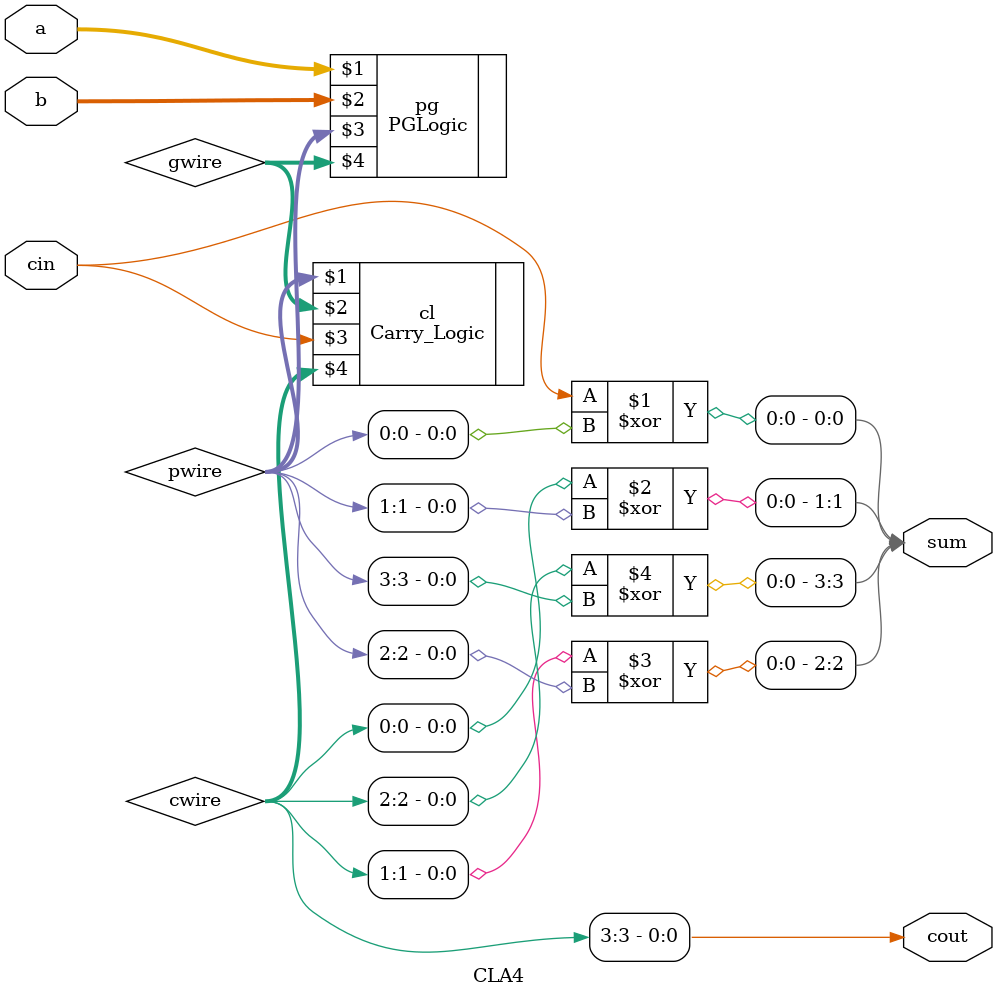
<source format=v>
`timescale 1ns / 1ps

module CLA4(a, b, cin, sum, cout);
input [3:0] a;
input [3:0] b;
input cin;
output [3:0] sum;
output cout;

wire [3:0] pwire, gwire, cwire;

PGLogic pg (a, b, pwire, gwire);
Carry_Logic cl (pwire, gwire, cin, cwire);

assign sum[0] = cin^pwire[0];
assign sum[1] = cwire[0]^pwire[1];
assign sum[2] = cwire[1]^pwire[2];
assign sum[3] = cwire[2]^pwire[3];
assign cout = cwire[3];


endmodule

</source>
